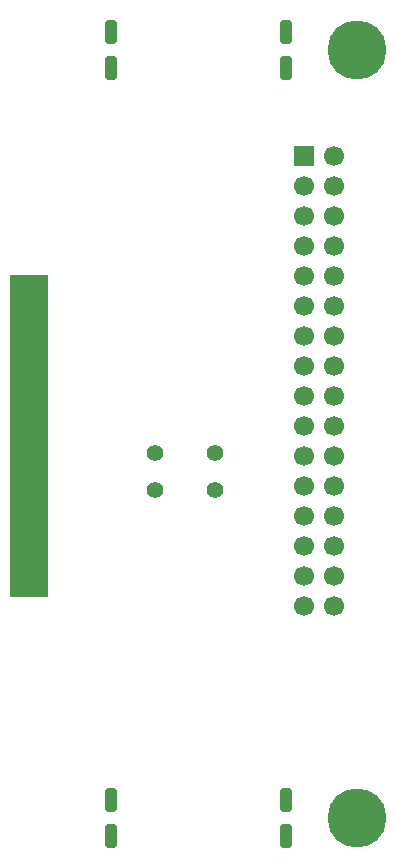
<source format=gbs>
G04 #@! TF.GenerationSoftware,KiCad,Pcbnew,9.0.2*
G04 #@! TF.CreationDate,2025-06-24T15:08:32-04:00*
G04 #@! TF.ProjectId,uconsole-expansion-card-template,75636f6e-736f-46c6-952d-657870616e73,0.1*
G04 #@! TF.SameCoordinates,Original*
G04 #@! TF.FileFunction,Soldermask,Bot*
G04 #@! TF.FilePolarity,Negative*
%FSLAX46Y46*%
G04 Gerber Fmt 4.6, Leading zero omitted, Abs format (unit mm)*
G04 Created by KiCad (PCBNEW 9.0.2) date 2025-06-24 15:08:32*
%MOMM*%
%LPD*%
G01*
G04 APERTURE LIST*
G04 Aperture macros list*
%AMRoundRect*
0 Rectangle with rounded corners*
0 $1 Rounding radius*
0 $2 $3 $4 $5 $6 $7 $8 $9 X,Y pos of 4 corners*
0 Add a 4 corners polygon primitive as box body*
4,1,4,$2,$3,$4,$5,$6,$7,$8,$9,$2,$3,0*
0 Add four circle primitives for the rounded corners*
1,1,$1+$1,$2,$3*
1,1,$1+$1,$4,$5*
1,1,$1+$1,$6,$7*
1,1,$1+$1,$8,$9*
0 Add four rect primitives between the rounded corners*
20,1,$1+$1,$2,$3,$4,$5,0*
20,1,$1+$1,$4,$5,$6,$7,0*
20,1,$1+$1,$6,$7,$8,$9,0*
20,1,$1+$1,$8,$9,$2,$3,0*%
G04 Aperture macros list end*
%ADD10C,0.100000*%
%ADD11C,1.400000*%
%ADD12R,2.300000X0.600000*%
%ADD13C,5.000000*%
%ADD14RoundRect,0.250000X-0.250000X-0.750000X0.250000X-0.750000X0.250000X0.750000X-0.250000X0.750000X0*%
%ADD15R,1.700000X1.700000*%
%ADD16C,1.700000*%
G04 APERTURE END LIST*
D10*
X85119600Y-114216000D02*
X81970000Y-114216000D01*
X81970000Y-87038000D01*
X85119600Y-87038000D01*
X85119600Y-114216000D01*
G36*
X85119600Y-114216000D02*
G01*
X81970000Y-114216000D01*
X81970000Y-87038000D01*
X85119600Y-87038000D01*
X85119600Y-114216000D01*
G37*
D11*
X99340000Y-105250000D03*
X94260000Y-105250000D03*
D12*
X84015000Y-89120000D03*
X84015000Y-89920000D03*
X84015000Y-90720000D03*
X84015000Y-91520000D03*
X84015000Y-92320000D03*
X84015000Y-93120000D03*
X84015000Y-93920000D03*
X84015000Y-94720000D03*
X84015000Y-98720000D03*
X84015000Y-99520000D03*
X84015000Y-100320000D03*
X84015000Y-101120000D03*
X84015000Y-101920000D03*
X84015000Y-102720000D03*
X84015000Y-103520000D03*
X84015000Y-104320000D03*
X84015000Y-105120000D03*
X84015000Y-105920000D03*
X84015000Y-106720000D03*
X84015000Y-107520000D03*
X84015000Y-108320000D03*
X84015000Y-109120000D03*
X84015000Y-109920000D03*
X84015000Y-110720000D03*
X84015000Y-111520000D03*
X84015000Y-112320000D03*
D13*
X111385000Y-133000000D03*
D11*
X99340000Y-102100000D03*
X94260000Y-102100000D03*
D13*
X111385000Y-68000000D03*
D14*
X90535000Y-69500000D03*
X90535000Y-66500000D03*
X105305000Y-66500000D03*
X105305000Y-69500000D03*
D15*
X106875000Y-76950000D03*
D16*
X109415000Y-76950000D03*
X106875000Y-79490000D03*
X109415000Y-79490000D03*
X106875000Y-82030000D03*
X109415000Y-82030000D03*
X106875000Y-84570000D03*
X109415000Y-84570000D03*
X106875000Y-87110000D03*
X109415000Y-87110000D03*
X106875000Y-89650000D03*
X109415000Y-89650000D03*
X106875000Y-92190000D03*
X109415000Y-92190000D03*
X106875000Y-94730000D03*
X109415000Y-94730000D03*
X106875000Y-97270000D03*
X109415000Y-97270000D03*
X106875000Y-99810000D03*
X109415000Y-99810000D03*
X106875000Y-102350000D03*
X109415000Y-102350000D03*
X106875000Y-104890000D03*
X109415000Y-104890000D03*
X106875000Y-107430000D03*
X109415000Y-107430000D03*
X106875000Y-109970000D03*
X109415000Y-109970000D03*
X106875000Y-112510000D03*
X109415000Y-112510000D03*
X106875000Y-115050000D03*
X109415000Y-115050000D03*
D14*
X90535000Y-134500000D03*
X90535000Y-131500000D03*
X105305000Y-131500000D03*
X105305000Y-134500000D03*
M02*

</source>
